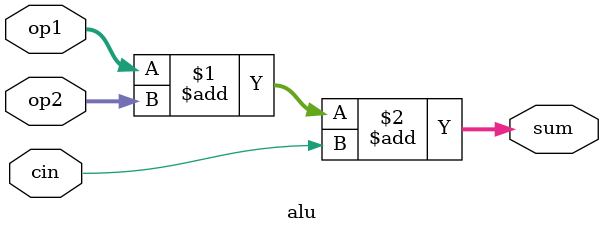
<source format=v>
`default_nettype none
`include "config.vh"

module alu (
        input wire [31:0] op1, op2, input wire cin, output wire [32:0] sum
);
        assign sum = op1 + op2 + cin;
endmodule

</source>
